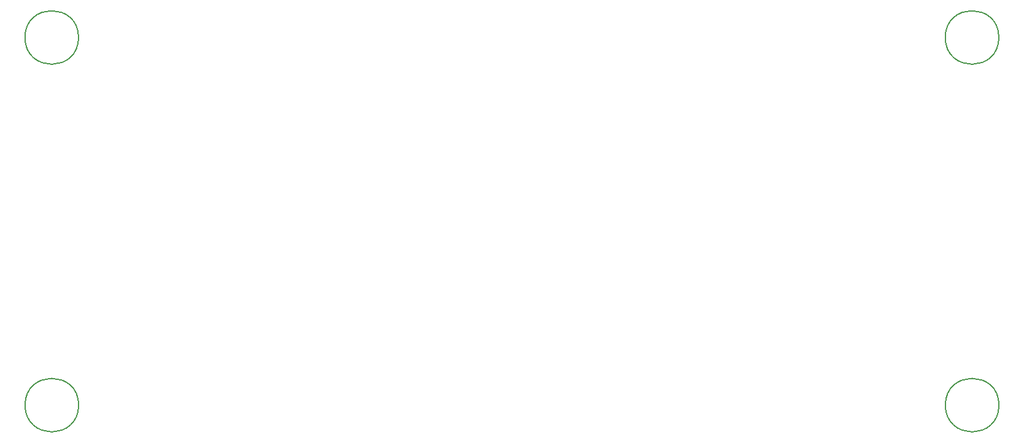
<source format=gbr>
%TF.GenerationSoftware,KiCad,Pcbnew,(6.0.7)*%
%TF.CreationDate,2022-08-24T09:26:43-04:00*%
%TF.ProjectId,PB_16,50425f31-362e-46b6-9963-61645f706362,v4*%
%TF.SameCoordinates,Original*%
%TF.FileFunction,Other,Comment*%
%FSLAX46Y46*%
G04 Gerber Fmt 4.6, Leading zero omitted, Abs format (unit mm)*
G04 Created by KiCad (PCBNEW (6.0.7)) date 2022-08-24 09:26:43*
%MOMM*%
%LPD*%
G01*
G04 APERTURE LIST*
%ADD10C,0.150000*%
G04 APERTURE END LIST*
D10*
%TO.C,REF\u002A\u002A*%
X-116304200Y47536900D02*
G75*
G03*
X-116304200Y47536900I-3700000J0D01*
G01*
X10695800Y47536900D02*
G75*
G03*
X10695800Y47536900I-3700000J0D01*
G01*
X10710400Y-3263100D02*
G75*
G03*
X10710400Y-3263100I-3700000J0D01*
G01*
X-116289600Y-3263100D02*
G75*
G03*
X-116289600Y-3263100I-3700000J0D01*
G01*
%TD*%
M02*

</source>
